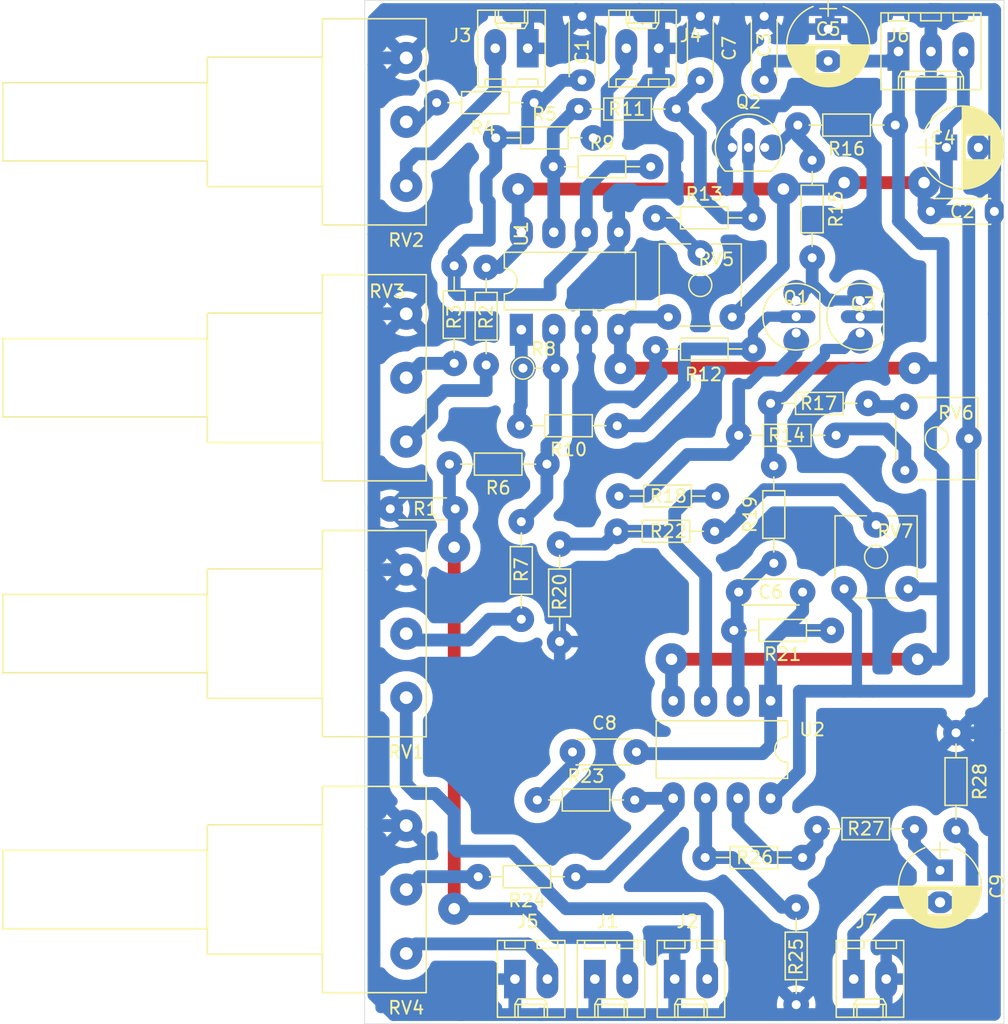
<source format=kicad_pcb>
(kicad_pcb (version 20171130) (host pcbnew "(5.1.6)-1")
  (layers (0 F.Cu signal) (31 B.Cu signal) (34 B.Paste user hide) (35 F.Paste user hide) (36 B.SilkS user hide) (37 F.SilkS user) (38 B.Mask user hide) (39 F.Mask user hide) (44 Edge.Cuts user))
  (net 0 "")
  (net 1 "Net-(C1-Pad1)")
  (net 2 GND)
  (net 3 +12V)
  (net 4 -12V)
  (net 5 "Net-(C6-Pad1)")
  (net 6 "Net-(C6-Pad2)")
  (net 7 "Net-(J1-Pad2)")
  (net 8 "Net-(J2-Pad2)")
  (net 9 "Net-(J3-Pad2)")
  (net 10 "Net-(J4-Pad2)")
  (net 11 "Net-(J5-Pad2)")
  (net 12 "Net-(Q1-Pad1)")
  (net 13 "Net-(Q1-Pad3)")
  (net 14 "Net-(Q1-Pad2)")
  (net 15 "Net-(Q2-Pad3)")
  (net 16 "Net-(Q3-Pad1)")
  (net 17 "Net-(R2-Pad1)")
  (net 18 "Net-(R3-Pad2)")
  (net 19 "Net-(R4-Pad2)")
  (net 20 "Net-(R6-Pad1)")
  (net 21 "Net-(R7-Pad2)")
  (net 22 "Net-(R10-Pad2)")
  (net 23 "Net-(R11-Pad1)")
  (net 24 "Net-(R13-Pad1)")
  (net 25 "Net-(R14-Pad2)")
  (net 26 "Net-(R17-Pad2)")
  (net 27 "Net-(R18-Pad1)")
  (net 28 "Net-(R22-Pad2)")
  (net 29 "Net-(R24-Pad2)")
  (net 30 "Net-(R25-Pad2)")
  (net 31 "Net-(R26-Pad1)")
  (net 32 "Net-(C7-Pad2)")
  (net 33 "Net-(C8-Pad1)")
  (net 34 "Net-(C9-Pad1)")
  (net 35 "Net-(C9-Pad2)")
  (net 36 "Net-(R23-Pad2)")
  (module Resistors_ThroughHole:R_Axial_DIN0204_L3.6mm_D1.6mm_P7.62mm_Horizontal (layer F.Cu) (at 91.25 92.25 270)
    (fp_text reference R28 (at 3.81 -1.86 90) (layer F.SilkS))
    (fp_text value 100k)
    (pad 1 thru_hole circle (at 0 0 270) (size 2 2) (drill 0.7) (layers *.Cu *.Mask) (net 2 GND))
    (pad 2 thru_hole oval (at 7.62 0 270) (size 2 2) (drill 0.7) (layers *.Cu *.Mask) (net 35 "Net-(C9-Pad2)"))
  )
  (module Capacitors_ThroughHole:CP_Radial_D6.3mm_P2.50mm (layer F.Cu) (at 90 103 270)
    (fp_text reference C9 (at 1.25 -4.46 90) (layer F.SilkS))
    (fp_text value 1uFx25V)
    (pad 1 thru_hole rect (at 0 0 270) (size 1.7 2) (drill 0.7) (layers *.Cu *.Mask) (net 34 "Net-(C9-Pad1)"))
    (pad 2 thru_hole oval (at 2.5 0 270) (size 1.7 2) (drill 0.8) (layers *.Cu *.Mask) (net 35 "Net-(C9-Pad2)"))
  )
  (module Capacitors_ThroughHole:C_Disc_D4.3mm_W1.9mm_P5.00mm (layer F.Cu) (at 61.25 93.75)
    (fp_text reference C8 (at 2.5 -2.26) (layer F.SilkS))
    (fp_text value 22nF)
    (pad 1 thru_hole circle (at 0 0) (size 2 2) (drill 0.7) (layers *.Cu *.Mask) (net 33 "Net-(C8-Pad1)"))
    (pad 2 thru_hole circle (at 5 0) (size 2 2) (drill 0.7) (layers *.Cu *.Mask) (net 5 "Net-(C6-Pad1)"))
  )
  (module Capacitors_ThroughHole:C_Disc_D4.3mm_W1.9mm_P5.00mm (layer F.Cu) (at 71.25 36.25 270)
    (fp_text reference C7 (at 2.5 -2.26 90) (layer F.SilkS))
    (fp_text value 22nF)
    (pad 1 thru_hole circle (at 0 0 270) (size 2 2) (drill 0.7) (layers *.Cu *.Mask) (net 2 GND))
    (pad 2 thru_hole circle (at 5 0 270) (size 2 2) (drill 0.7) (layers *.Cu *.Mask) (net 32 "Net-(C7-Pad2)"))
  )
  (module Resistors_ThroughHole:R_Axial_DIN0204_L3.6mm_D1.6mm_P7.62mm_Horizontal (layer F.Cu) (at 81.5 84.25 180)
    (fp_text reference R21 (at 3.81 -1.86) (layer F.SilkS))
    (fp_text value 220k)
    (pad 1 thru_hole circle (at 0 0 180) (size 2 2) (drill 0.7) (layers *.Cu *.Mask) (net 5 "Net-(C6-Pad1)"))
    (pad 2 thru_hole oval (at 7.62 0 180) (size 2 2) (drill 0.7) (layers *.Cu *.Mask) (net 6 "Net-(C6-Pad2)"))
  )
  (module Resistors_ThroughHole:R_Axial_DIN0204_L3.6mm_D1.6mm_P5.08mm_Horizontal (layer F.Cu) (at 47 74.75)
    (fp_text reference R1 (at 2.75 0) (layer F.SilkS))
    (fp_text value 47k)
    (pad 1 thru_hole circle (at 0 0) (size 2 2) (drill 0.7) (layers *.Cu *.Mask) (net 2 GND))
    (pad 2 thru_hole oval (at 5.08 0) (size 2 2) (drill 0.7) (layers *.Cu *.Mask) (net 7 "Net-(J1-Pad2)"))
  )
  (module Resistors_ThroughHole:R_Axial_DIN0204_L3.6mm_D1.6mm_P2.54mm_Vertical (layer F.Cu) (at 57.38 63.75)
    (fp_text reference R8 (at 1.62 -1.5) (layer F.SilkS))
    (fp_text value 220k)
    (pad 1 thru_hole circle (at 0 0) (size 2 2) (drill 0.7) (layers *.Cu *.Mask) (net 22 "Net-(R10-Pad2)"))
    (pad 2 thru_hole oval (at 2.54 0) (size 2 2) (drill 0.7) (layers *.Cu *.Mask) (net 20 "Net-(R6-Pad1)"))
  )
  (module Potentiometers:Potentiometer_Piher_PC-16_Single_Vertical (layer F.Cu) (at 48.25 99.5 180)
    (fp_text reference RV4 (at 0 -14.25) (layer F.SilkS))
    (fp_text value "50K B")
    (pad 3 thru_hole circle (at 0 -10 180) (size 2.5 2.5) (drill 1) (layers *.Cu *.Mask) (net 11 "Net-(J5-Pad2)"))
    (pad 2 thru_hole circle (at 0 -5 180) (size 2.5 2.5) (drill 1) (layers *.Cu *.Mask) (net 29 "Net-(R24-Pad2)"))
    (pad 1 thru_hole circle (at 0 0 180) (size 2.5 2.5) (drill 1) (layers *.Cu *.Mask) (net 2 GND))
  )
  (module Potentiometers:Potentiometer_Piher_PC-16_Single_Vertical (layer F.Cu) (at 48.25 59.5 180)
    (fp_text reference RV3 (at 1.5 1.75) (layer F.SilkS))
    (fp_text value "10K B")
    (pad 3 thru_hole circle (at 0 -10 180) (size 2.5 2.5) (drill 1) (layers *.Cu *.Mask) (net 17 "Net-(R2-Pad1)"))
    (pad 2 thru_hole circle (at 0 -5 180) (size 2.5 2.5) (drill 1) (layers *.Cu *.Mask) (net 18 "Net-(R3-Pad2)"))
    (pad 1 thru_hole circle (at 0 0 180) (size 2.5 2.5) (drill 1) (layers *.Cu *.Mask) (net 2 GND))
  )
  (module Potentiometers:Potentiometer_Piher_PC-16_Single_Vertical (layer F.Cu) (at 48.25 39.5 180)
    (fp_text reference RV2 (at 0 -14.25) (layer F.SilkS))
    (fp_text value "100K B")
    (pad 3 thru_hole circle (at 0 -10 180) (size 2.5 2.5) (drill 1) (layers *.Cu *.Mask) (net 9 "Net-(J3-Pad2)"))
    (pad 2 thru_hole circle (at 0 -5 180) (size 2.5 2.5) (drill 1) (layers *.Cu *.Mask) (net 19 "Net-(R4-Pad2)"))
    (pad 1 thru_hole circle (at 0 0 180) (size 2.5 2.5) (drill 1) (layers *.Cu *.Mask) (net 2 GND))
  )
  (module Potentiometers:Potentiometer_Piher_PC-16_Single_Vertical (layer F.Cu) (at 48.25 79.5 180)
    (fp_text reference RV1 (at 0 -14.25) (layer F.SilkS))
    (fp_text value "50K B")
    (pad 3 thru_hole circle (at 0 -10 180) (size 2.5 2.5) (drill 1) (layers *.Cu *.Mask) (net 8 "Net-(J2-Pad2)"))
    (pad 2 thru_hole circle (at 0 -5 180) (size 2.5 2.5) (drill 1) (layers *.Cu *.Mask) (net 21 "Net-(R7-Pad2)"))
    (pad 1 thru_hole circle (at 0 0 180) (size 2.5 2.5) (drill 1) (layers *.Cu *.Mask) (net 2 GND))
  )
  (module Package_DIP:DIP-8_W7.62mm_LongPads (layer F.Cu) (at 76.75 89.75 270)
    (fp_text reference U2 (at 2.25 -3.25 180) (layer F.SilkS))
    (fp_text value TL072)
    (pad 8 thru_hole oval (at 7.62 0 270) (size 2.5 1.8) (drill 0.75) (layers *.Cu *.Mask) (net 3 +12V))
    (pad 4 thru_hole oval (at 0 7.62 270) (size 2.5 1.8) (drill 0.75) (layers *.Cu *.Mask) (net 4 -12V))
    (pad 7 thru_hole oval (at 7.62 2.54 270) (size 2.5 1.8) (drill 0.75) (layers *.Cu *.Mask) (net 31 "Net-(R26-Pad1)"))
    (pad 3 thru_hole oval (at 0 5.08 270) (size 2.5 1.8) (drill 0.75) (layers *.Cu *.Mask) (net 27 "Net-(R18-Pad1)"))
    (pad 6 thru_hole oval (at 7.62 5.08 270) (size 2.5 1.8) (drill 0.75) (layers *.Cu *.Mask) (net 30 "Net-(R25-Pad2)"))
    (pad 2 thru_hole oval (at 0 2.54 270) (size 2.5 1.8) (drill 0.75) (layers *.Cu *.Mask) (net 6 "Net-(C6-Pad2)"))
    (pad 5 thru_hole oval (at 7.62 7.62 270) (size 2.5 1.8) (drill 0.75) (layers *.Cu *.Mask) (net 36 "Net-(R23-Pad2)"))
    (pad 1 thru_hole rect (at 0 0 270) (size 2.5 1.8) (drill 0.75) (layers *.Cu *.Mask) (net 5 "Net-(C6-Pad1)"))
  )
  (module Package_DIP:DIP-8_W7.62mm_LongPads (layer F.Cu) (at 57.25 60.75 90)
    (fp_text reference U1 (at 7.5 0 90) (layer F.SilkS))
    (fp_text value TL072)
    (pad 8 thru_hole oval (at 7.62 0 90) (size 2.5 1.8) (drill 0.75) (layers *.Cu *.Mask) (net 3 +12V))
    (pad 4 thru_hole oval (at 0 7.62 90) (size 2.5 1.8) (drill 0.75) (layers *.Cu *.Mask) (net 4 -12V))
    (pad 7 thru_hole oval (at 7.62 2.54 90) (size 2.5 1.8) (drill 0.75) (layers *.Cu *.Mask) (net 23 "Net-(R11-Pad1)"))
    (pad 3 thru_hole oval (at 0 5.08 90) (size 2.5 1.8) (drill 0.75) (layers *.Cu *.Mask) (net 2 GND))
    (pad 6 thru_hole oval (at 7.62 5.08 90) (size 2.5 1.8) (drill 0.75) (layers *.Cu *.Mask) (net 1 "Net-(C1-Pad1)"))
    (pad 2 thru_hole oval (at 0 2.54 90) (size 2.5 1.8) (drill 0.75) (layers *.Cu *.Mask) (net 20 "Net-(R6-Pad1)"))
    (pad 5 thru_hole oval (at 7.62 7.62 90) (size 2.5 1.8) (drill 0.75) (layers *.Cu *.Mask) (net 2 GND))
    (pad 1 thru_hole rect (at 0 0 90) (size 2.5 1.8) (drill 0.75) (layers *.Cu *.Mask) (net 22 "Net-(R10-Pad2)"))
  )
  (module Potentiometers:Potentiometer_Trimmer_ACP_CA6v_Horizontal (layer F.Cu) (at 87.5 81 90)
    (fp_text reference RV7 (at 4.5 -1 180) (layer F.SilkS))
    (fp_text value 100k)
    (pad 3 thru_hole circle (at 0 -5 90) (size 2 2) (drill 0.7) (layers *.Cu *.Mask) (net 3 +12V))
    (pad 2 thru_hole circle (at 5 -2.5 90) (size 2 2) (drill 0.7) (layers *.Cu *.Mask) (net 28 "Net-(R22-Pad2)"))
    (pad 1 thru_hole circle (at 0 0 90) (size 2 2) (drill 0.7) (layers *.Cu *.Mask) (net 4 -12V))
  )
  (module Potentiometers:Potentiometer_Trimmer_ACP_CA6v_Horizontal (layer F.Cu) (at 87.25 71.75)
    (fp_text reference RV6 (at 4 -4.5) (layer F.SilkS))
    (fp_text value 10k)
    (pad 3 thru_hole circle (at 0 -5) (size 2 2) (drill 0.7) (layers *.Cu *.Mask) (net 26 "Net-(R17-Pad2)"))
    (pad 2 thru_hole circle (at 5 -2.5) (size 2 2) (drill 0.7) (layers *.Cu *.Mask) (net 3 +12V))
    (pad 1 thru_hole circle (at 0 0) (size 2 2) (drill 0.7) (layers *.Cu *.Mask) (net 25 "Net-(R14-Pad2)"))
  )
  (module Potentiometers:Potentiometer_Trimmer_ACP_CA6v_Horizontal (layer F.Cu) (at 73.75 59.75 90)
    (fp_text reference RV5 (at 4.5 -1.25 180) (layer F.SilkS))
    (fp_text value 50k)
    (pad 3 thru_hole circle (at 0 -5 90) (size 2 2) (drill 0.7) (layers *.Cu *.Mask) (net 4 -12V))
    (pad 2 thru_hole circle (at 5 -2.5 90) (size 2 2) (drill 0.8) (layers *.Cu *.Mask) (net 24 "Net-(R13-Pad1)"))
    (pad 1 thru_hole circle (at 0 0 90) (size 2 2) (drill 0.7) (layers *.Cu *.Mask) (net 3 +12V))
  )
  (module Resistors_ThroughHole:R_Axial_DIN0204_L3.6mm_D1.6mm_P7.62mm_Horizontal (layer F.Cu) (at 88 99.75 180)
    (fp_text reference R27 (at 3.81 0) (layer F.SilkS))
    (fp_text value 100)
    (pad 1 thru_hole circle (at 0 0 180) (size 2 2) (drill 0.7) (layers *.Cu *.Mask) (net 34 "Net-(C9-Pad1)"))
    (pad 2 thru_hole oval (at 7.62 0 180) (size 2 2) (drill 0.7) (layers *.Cu *.Mask) (net 31 "Net-(R26-Pad1)"))
  )
  (module Resistors_ThroughHole:R_Axial_DIN0204_L3.6mm_D1.6mm_P7.62mm_Horizontal (layer F.Cu) (at 79.25 102 180)
    (fp_text reference R26 (at 3.75 0) (layer F.SilkS))
    (fp_text value 22k)
    (pad 1 thru_hole circle (at 0 0 180) (size 2 2) (drill 0.7) (layers *.Cu *.Mask) (net 31 "Net-(R26-Pad1)"))
    (pad 2 thru_hole oval (at 7.62 0 180) (size 2 2) (drill 0.7) (layers *.Cu *.Mask) (net 30 "Net-(R25-Pad2)"))
  )
  (module Resistors_ThroughHole:R_Axial_DIN0204_L3.6mm_D1.6mm_P7.62mm_Horizontal (layer F.Cu) (at 78.75 113.5 90)
    (fp_text reference R25 (at 3.75 0 90) (layer F.SilkS))
    (fp_text value 10k)
    (pad 1 thru_hole circle (at 0 0 90) (size 2 2) (drill 0.7) (layers *.Cu *.Mask) (net 2 GND))
    (pad 2 thru_hole oval (at 7.62 0 90) (size 2 2) (drill 0.7) (layers *.Cu *.Mask) (net 30 "Net-(R25-Pad2)"))
  )
  (module Resistors_ThroughHole:R_Axial_DIN0204_L3.6mm_D1.6mm_P7.62mm_Horizontal (layer F.Cu) (at 61.5 103.5 180)
    (fp_text reference R24 (at 3.81 -1.86) (layer F.SilkS))
    (fp_text value 220k)
    (pad 1 thru_hole circle (at 0 0 180) (size 2 2) (drill 0.7) (layers *.Cu *.Mask) (net 36 "Net-(R23-Pad2)"))
    (pad 2 thru_hole oval (at 7.62 0 180) (size 2 2) (drill 0.7) (layers *.Cu *.Mask) (net 29 "Net-(R24-Pad2)"))
  )
  (module Resistors_ThroughHole:R_Axial_DIN0204_L3.6mm_D1.6mm_P7.62mm_Horizontal (layer F.Cu) (at 58.5 97.5)
    (fp_text reference R23 (at 3.81 -1.86) (layer F.SilkS))
    (fp_text value 220k)
    (pad 1 thru_hole circle (at 0 0) (size 2 2) (drill 0.7) (layers *.Cu *.Mask) (net 33 "Net-(C8-Pad1)"))
    (pad 2 thru_hole oval (at 7.62 0) (size 2 2) (drill 0.7) (layers *.Cu *.Mask) (net 36 "Net-(R23-Pad2)"))
  )
  (module Resistors_ThroughHole:R_Axial_DIN0204_L3.6mm_D1.6mm_P7.62mm_Horizontal (layer F.Cu) (at 64.75 76.5)
    (fp_text reference R22 (at 4 0) (layer F.SilkS))
    (fp_text value 330k)
    (pad 1 thru_hole circle (at 0 0) (size 2 2) (drill 0.7) (layers *.Cu *.Mask) (net 27 "Net-(R18-Pad1)"))
    (pad 2 thru_hole oval (at 7.62 0) (size 2 2) (drill 0.7) (layers *.Cu *.Mask) (net 28 "Net-(R22-Pad2)"))
  )
  (module Resistors_ThroughHole:R_Axial_DIN0204_L3.6mm_D1.6mm_P7.62mm_Horizontal (layer F.Cu) (at 60.25 77.5 270)
    (fp_text reference R20 (at 3.75 0 270) (layer F.SilkS))
    (fp_text value 220k)
    (pad 1 thru_hole circle (at 0 0 270) (size 2 2) (drill 0.7) (layers *.Cu *.Mask) (net 27 "Net-(R18-Pad1)"))
    (pad 2 thru_hole oval (at 7.62 0 270) (size 2 2) (drill 0.7) (layers *.Cu *.Mask) (net 2 GND))
  )
  (module Resistors_ThroughHole:R_Axial_DIN0204_L3.6mm_D1.6mm_P7.62mm_Horizontal (layer F.Cu) (at 77 79 90)
    (fp_text reference R19 (at 3.81 -1.86 90) (layer F.SilkS))
    (fp_text value "10k 1%")
    (pad 1 thru_hole circle (at 0 0 90) (size 2 2) (drill 0.7) (layers *.Cu *.Mask) (net 6 "Net-(C6-Pad2)"))
    (pad 2 thru_hole oval (at 7.62 0 90) (size 2 2) (drill 0.7) (layers *.Cu *.Mask) (net 16 "Net-(Q3-Pad1)"))
  )
  (module Resistors_ThroughHole:R_Axial_DIN0204_L3.6mm_D1.6mm_P7.62mm_Horizontal (layer F.Cu) (at 72.5 73.75 180)
    (fp_text reference R18 (at 3.75 0) (layer F.SilkS))
    (fp_text value "10k 1%")
    (pad 1 thru_hole circle (at 0 0 180) (size 2 2) (drill 0.7) (layers *.Cu *.Mask) (net 27 "Net-(R18-Pad1)"))
    (pad 2 thru_hole oval (at 7.62 0 180) (size 2 2) (drill 0.7) (layers *.Cu *.Mask) (net 12 "Net-(Q1-Pad1)"))
  )
  (module Resistors_ThroughHole:R_Axial_DIN0204_L3.6mm_D1.6mm_P7.62mm_Horizontal (layer F.Cu) (at 76.75 66.5)
    (fp_text reference R17 (at 3.75 0) (layer F.SilkS))
    (fp_text value "15k 1%")
    (pad 1 thru_hole circle (at 0 0) (size 2 2) (drill 0.7) (layers *.Cu *.Mask) (net 16 "Net-(Q3-Pad1)"))
    (pad 2 thru_hole oval (at 7.62 0) (size 2 2) (drill 0.7) (layers *.Cu *.Mask) (net 26 "Net-(R17-Pad2)"))
  )
  (module Resistors_ThroughHole:R_Axial_DIN0204_L3.6mm_D1.6mm_P7.62mm_Horizontal (layer F.Cu) (at 86.5 44.75 180)
    (fp_text reference R16 (at 3.81 -1.86) (layer F.SilkS))
    (fp_text value 15k)
    (pad 1 thru_hole circle (at 0 0 180) (size 2 2) (drill 0.7) (layers *.Cu *.Mask) (net 4 -12V))
    (pad 2 thru_hole oval (at 7.62 0 180) (size 2 2) (drill 0.7) (layers *.Cu *.Mask) (net 15 "Net-(Q2-Pad3)"))
  )
  (module Resistors_ThroughHole:R_Axial_DIN0204_L3.6mm_D1.6mm_P7.62mm_Horizontal (layer F.Cu) (at 80 47.5 270)
    (fp_text reference R15 (at 3.81 -1.86 90) (layer F.SilkS))
    (fp_text value 33k)
    (pad 1 thru_hole circle (at 0 0 270) (size 2 2) (drill 0.7) (layers *.Cu *.Mask) (net 15 "Net-(Q2-Pad3)"))
    (pad 2 thru_hole oval (at 7.62 0 270) (size 2 2) (drill 0.7) (layers *.Cu *.Mask) (net 13 "Net-(Q1-Pad3)"))
  )
  (module Resistors_ThroughHole:R_Axial_DIN0204_L3.6mm_D1.6mm_P7.62mm_Horizontal (layer F.Cu) (at 74.25 69)
    (fp_text reference R14 (at 3.75 0) (layer F.SilkS))
    (fp_text value "15k 1%")
    (pad 1 thru_hole circle (at 0 0) (size 2 2) (drill 0.7) (layers *.Cu *.Mask) (net 12 "Net-(Q1-Pad1)"))
    (pad 2 thru_hole oval (at 7.62 0) (size 2 2) (drill 0.7) (layers *.Cu *.Mask) (net 25 "Net-(R14-Pad2)"))
  )
  (module Resistors_ThroughHole:R_Axial_DIN0204_L3.6mm_D1.6mm_P7.62mm_Horizontal (layer F.Cu) (at 67.75 52)
    (fp_text reference R13 (at 3.81 -1.86) (layer F.SilkS))
    (fp_text value 10k)
    (pad 1 thru_hole circle (at 0 0) (size 2 2) (drill 0.7) (layers *.Cu *.Mask) (net 24 "Net-(R13-Pad1)"))
    (pad 2 thru_hole oval (at 7.62 0) (size 2 2) (drill 0.7) (layers *.Cu *.Mask) (net 32 "Net-(C7-Pad2)"))
  )
  (module Resistors_ThroughHole:R_Axial_DIN0204_L3.6mm_D1.6mm_P7.62mm_Horizontal (layer F.Cu) (at 67.75 62.25)
    (fp_text reference R12 (at 3.75 2) (layer F.SilkS))
    (fp_text value 470)
    (pad 1 thru_hole circle (at 0 0) (size 2 2) (drill 0.7) (layers *.Cu *.Mask) (net 2 GND))
    (pad 2 thru_hole oval (at 7.62 0) (size 2 2) (drill 0.7) (layers *.Cu *.Mask) (net 14 "Net-(Q1-Pad2)"))
  )
  (module Resistors_ThroughHole:R_Axial_DIN0204_L3.6mm_D1.6mm_P7.62mm_Horizontal (layer F.Cu) (at 61.75 43.5)
    (fp_text reference R11 (at 3.75 0) (layer F.SilkS))
    (fp_text value 10k)
    (pad 1 thru_hole oval (at 0 0) (size 2 1.7) (drill 0.7) (layers *.Cu *.Mask) (net 23 "Net-(R11-Pad1)"))
    (pad 2 thru_hole oval (at 7.62 0) (size 2 2) (drill 0.7) (layers *.Cu *.Mask) (net 32 "Net-(C7-Pad2)"))
  )
  (module Resistors_ThroughHole:R_Axial_DIN0204_L3.6mm_D1.6mm_P7.62mm_Horizontal (layer F.Cu) (at 64.75 68.25 180)
    (fp_text reference R10 (at 3.81 -1.86) (layer F.SilkS))
    (fp_text value 100k)
    (pad 1 thru_hole oval (at 0 0 180) (size 2 2) (drill 0.7) (layers *.Cu *.Mask) (net 14 "Net-(Q1-Pad2)"))
    (pad 2 thru_hole oval (at 7.62 0 180) (size 2 2) (drill 0.7) (layers *.Cu *.Mask) (net 22 "Net-(R10-Pad2)"))
  )
  (module Resistors_ThroughHole:R_Axial_DIN0204_L3.6mm_D1.6mm_P7.62mm_Horizontal (layer F.Cu) (at 59.75 48)
    (fp_text reference R9 (at 3.81 -1.86) (layer F.SilkS))
    (fp_text value 100k)
    (pad 1 thru_hole circle (at 0 0) (size 2 2) (drill 0.7) (layers *.Cu *.Mask) (net 23 "Net-(R11-Pad1)"))
    (pad 2 thru_hole oval (at 7.62 0) (size 2 2) (drill 0.7) (layers *.Cu *.Mask) (net 1 "Net-(C1-Pad1)"))
  )
  (module Resistors_ThroughHole:R_Axial_DIN0204_L3.6mm_D1.6mm_P7.62mm_Horizontal (layer F.Cu) (at 57.25 75.75 270)
    (fp_text reference R7 (at 3.75 0 90) (layer F.SilkS))
    (fp_text value 220k)
    (pad 1 thru_hole circle (at 0 0 270) (size 2 2) (drill 0.7) (layers *.Cu *.Mask) (net 20 "Net-(R6-Pad1)"))
    (pad 2 thru_hole oval (at 7.62 0 270) (size 2 2) (drill 0.7) (layers *.Cu *.Mask) (net 21 "Net-(R7-Pad2)"))
  )
  (module Resistors_ThroughHole:R_Axial_DIN0204_L3.6mm_D1.6mm_P7.62mm_Horizontal (layer F.Cu) (at 59.25 71.25 180)
    (fp_text reference R6 (at 3.81 -1.86) (layer F.SilkS))
    (fp_text value 220k)
    (pad 1 thru_hole circle (at 0 0 180) (size 2 2) (drill 0.7) (layers *.Cu *.Mask) (net 20 "Net-(R6-Pad1)"))
    (pad 2 thru_hole oval (at 7.62 0 180) (size 2 2) (drill 0.7) (layers *.Cu *.Mask) (net 7 "Net-(J1-Pad2)"))
  )
  (module Resistors_ThroughHole:R_Axial_DIN0204_L3.6mm_D1.6mm_P7.62mm_Horizontal (layer F.Cu) (at 55.25 45.75)
    (fp_text reference R5 (at 3.81 -1.86) (layer F.SilkS))
    (fp_text value 68k)
    (pad 1 thru_hole circle (at 0 0) (size 2 2) (drill 0.7) (layers *.Cu *.Mask) (net 1 "Net-(C1-Pad1)"))
    (pad 2 thru_hole oval (at 7.62 0) (size 2 2) (drill 0.7) (layers *.Cu *.Mask) (net 10 "Net-(J4-Pad2)"))
  )
  (module Resistors_ThroughHole:R_Axial_DIN0204_L3.6mm_D1.6mm_P7.62mm_Horizontal (layer F.Cu) (at 58.25 43 180)
    (fp_text reference R4 (at 4 -2) (layer F.SilkS))
    (fp_text value 68k)
    (pad 1 thru_hole circle (at 0 0 180) (size 2 2) (drill 0.7) (layers *.Cu *.Mask) (net 1 "Net-(C1-Pad1)"))
    (pad 2 thru_hole oval (at 7.62 0 180) (size 2 2) (drill 0.7) (layers *.Cu *.Mask) (net 19 "Net-(R4-Pad2)"))
  )
  (module Resistors_ThroughHole:R_Axial_DIN0204_L3.6mm_D1.6mm_P7.62mm_Horizontal (layer F.Cu) (at 52 55.75 270)
    (fp_text reference R3 (at 4 0 90) (layer F.SilkS))
    (fp_text value 100k)
    (pad 1 thru_hole circle (at 0 0 270) (size 2 2) (drill 0.7) (layers *.Cu *.Mask) (net 1 "Net-(C1-Pad1)"))
    (pad 2 thru_hole oval (at 7.62 0 270) (size 2 2) (drill 0.7) (layers *.Cu *.Mask) (net 18 "Net-(R3-Pad2)"))
  )
  (module Resistors_ThroughHole:R_Axial_DIN0204_L3.6mm_D1.6mm_P7.62mm_Horizontal (layer F.Cu) (at 54.5 63.5 90)
    (fp_text reference R2 (at 3.75 0 90) (layer F.SilkS))
    (fp_text value 4.7k)
    (pad 1 thru_hole circle (at 0 0 90) (size 2 2) (drill 0.7) (layers *.Cu *.Mask) (net 17 "Net-(R2-Pad1)"))
    (pad 2 thru_hole oval (at 7.62 0 90) (size 2 2) (drill 0.7) (layers *.Cu *.Mask) (net 3 +12V))
  )
  (module Package_TO_SOT_THT:TO-92_Inline (layer F.Cu) (at 83.75 61 90)
    (fp_text reference Q3 (at 2.25 0.25 180) (layer F.SilkS))
    (fp_text value BC547)
    (pad 1 thru_hole oval (at 0 0 90) (size 2 2) (drill 0.7 (offset -0.6 0)) (layers *.Cu *.Mask) (net 16 "Net-(Q3-Pad1)"))
    (pad 3 thru_hole oval (at 2.54 0 90) (size 2 2) (drill 0.7 (offset 0.6 0)) (layers *.Cu *.Mask) (net 13 "Net-(Q1-Pad3)"))
    (pad 2 thru_hole oval (at 1.27 0 90) (size 1 3) (drill 0.7) (layers *.Cu *.Mask) (net 2 GND))
  )
  (module Package_TO_SOT_THT:TO-92_Inline (layer F.Cu) (at 73.75 46.5)
    (fp_text reference Q2 (at 1.27 -3.56) (layer F.SilkS))
    (fp_text value BC547)
    (pad 1 thru_hole oval (at 0 0) (size 2 2) (drill 0.7 (offset -0.6 0)) (layers *.Cu *.Mask) (net 2 GND))
    (pad 3 thru_hole oval (at 2.54 0) (size 2 2) (drill 0.7 (offset 0.6 0)) (layers *.Cu *.Mask) (net 15 "Net-(Q2-Pad3)"))
    (pad 2 thru_hole oval (at 1.27 0) (size 1 3) (drill 0.7) (layers *.Cu *.Mask) (net 32 "Net-(C7-Pad2)"))
  )
  (module Package_TO_SOT_THT:TO-92_Inline (layer F.Cu) (at 78.75 61 90)
    (fp_text reference Q1 (at 2.75 0 180) (layer F.SilkS))
    (fp_text value BC547)
    (pad 1 thru_hole oval (at 0 0 90) (size 2 2) (drill 0.7 (offset -0.6 0)) (layers *.Cu *.Mask) (net 12 "Net-(Q1-Pad1)"))
    (pad 3 thru_hole oval (at 2.54 0 90) (size 2 2) (drill 0.7 (offset 0.6 0)) (layers *.Cu *.Mask) (net 13 "Net-(Q1-Pad3)"))
    (pad 2 thru_hole oval (at 1.27 0 90) (size 1 3) (drill 0.7) (layers *.Cu *.Mask) (net 14 "Net-(Q1-Pad2)"))
  )
  (module Connectors_Molex:Molex_KK-6410-02_02x2.54mm_Straight (layer F.Cu) (at 83.25 111.5)
    (fp_text reference J7 (at 1 -4.5) (layer F.SilkS))
    (fp_text value Audio_OUT)
    (pad 1 thru_hole rect (at 0 0) (size 1.7 3) (drill 0.75) (layers *.Cu *.Mask) (net 35 "Net-(C9-Pad2)"))
    (pad 2 thru_hole oval (at 2.54 0) (size 1.7 3) (drill 0.75) (layers *.Cu *.Mask) (net 2 GND))
  )
  (module Connectors_Molex:Molex_KK-6410-03_03x2.54mm_Straight (layer F.Cu) (at 86.75 39)
    (fp_text reference J6 (at 0 -1.25) (layer F.SilkS))
    (fp_text value POWER)
    (pad 1 thru_hole rect (at 0 0) (size 1.7 3) (drill 0.75) (layers *.Cu *.Mask) (net 4 -12V))
    (pad 2 thru_hole oval (at 2.54 0) (size 1.7 3) (drill 0.75) (layers *.Cu *.Mask) (net 2 GND))
    (pad 3 thru_hole oval (at 5.08 0) (size 1.7 3) (drill 0.75) (layers *.Cu *.Mask) (net 3 +12V))
  )
  (module Connectors_Molex:Molex_KK-6410-02_02x2.54mm_Straight (layer F.Cu) (at 56.75 111.5)
    (fp_text reference J5 (at 1 -4.5) (layer F.SilkS))
    (fp_text value Audio_IN3)
    (pad 1 thru_hole rect (at 0 0) (size 1.7 3) (drill 0.75) (layers *.Cu *.Mask) (net 2 GND))
    (pad 2 thru_hole oval (at 2.54 0) (size 1.7 3) (drill 0.75) (layers *.Cu *.Mask) (net 11 "Net-(J5-Pad2)"))
  )
  (module Connectors_Molex:Molex_KK-6410-02_02x2.54mm_Straight (layer F.Cu) (at 68 38.75 180)
    (fp_text reference J4 (at -2.5 1) (layer F.SilkS))
    (fp_text value CV2_IN)
    (pad 1 thru_hole rect (at 0 0 180) (size 1.7 3) (drill 0.75) (layers *.Cu *.Mask) (net 2 GND))
    (pad 2 thru_hole oval (at 2.54 0 180) (size 1.7 3) (drill 0.75) (layers *.Cu *.Mask) (net 10 "Net-(J4-Pad2)"))
  )
  (module Connectors_Molex:Molex_KK-6410-02_02x2.54mm_Straight (layer F.Cu) (at 57.75 38.75 180)
    (fp_text reference J3 (at 5.25 1) (layer F.SilkS))
    (fp_text value CV1_IN)
    (pad 1 thru_hole rect (at 0 0 180) (size 1.7 3) (drill 0.75) (layers *.Cu *.Mask) (net 2 GND))
    (pad 2 thru_hole oval (at 2.54 0 180) (size 1.7 3) (drill 0.75) (layers *.Cu *.Mask) (net 9 "Net-(J3-Pad2)"))
  )
  (module Connectors_Molex:Molex_KK-6410-02_02x2.54mm_Straight (layer F.Cu) (at 69.25 111.5)
    (fp_text reference J2 (at 1 -4.5) (layer F.SilkS))
    (fp_text value Audio_IN1_VCA)
    (pad 1 thru_hole rect (at 0 0) (size 1.7 3) (drill 0.75) (layers *.Cu *.Mask) (net 2 GND))
    (pad 2 thru_hole oval (at 2.54 0) (size 1.7 3) (drill 0.75) (layers *.Cu *.Mask) (net 8 "Net-(J2-Pad2)"))
  )
  (module Connectors_Molex:Molex_KK-6410-02_02x2.54mm_Straight (layer F.Cu) (at 63 111.5)
    (fp_text reference J1 (at 1 -4.5) (layer F.SilkS))
    (fp_text value Audio_IN2_VCA)
    (pad 1 thru_hole rect (at 0 0) (size 1.7 3) (drill 0.75) (layers *.Cu *.Mask) (net 2 GND))
    (pad 2 thru_hole oval (at 2.54 0) (size 1.7 3) (drill 0.75) (layers *.Cu *.Mask) (net 7 "Net-(J1-Pad2)"))
  )
  (module Capacitors_ThroughHole:C_Disc_D4.3mm_W1.9mm_P5.00mm (layer F.Cu) (at 79.25 81.25 180)
    (fp_text reference C6 (at 2.5 0) (layer F.SilkS))
    (fp_text value 10pF)
    (pad 1 thru_hole circle (at 0 0 180) (size 2 2) (drill 0.7) (layers *.Cu *.Mask) (net 5 "Net-(C6-Pad1)"))
    (pad 2 thru_hole circle (at 5 0 180) (size 2 2) (drill 0.7) (layers *.Cu *.Mask) (net 6 "Net-(C6-Pad2)"))
  )
  (module Capacitors_ThroughHole:CP_Radial_D6.3mm_P2.50mm (layer F.Cu) (at 81.25 37.25 270)
    (fp_text reference C5 (at 0 0 180) (layer F.SilkS))
    (fp_text value 100uFx25V)
    (pad 1 thru_hole rect (at 0 0 270) (size 1.7 2) (drill 0.7) (layers *.Cu *.Mask) (net 2 GND))
    (pad 2 thru_hole oval (at 2.5 0 270) (size 1.7 2) (drill 0.7) (layers *.Cu *.Mask) (net 4 -12V))
  )
  (module Capacitors_ThroughHole:CP_Radial_D6.3mm_P2.50mm (layer F.Cu) (at 90.5 46.5)
    (fp_text reference C4 (at -0.25 -0.75) (layer F.SilkS))
    (fp_text value 100uFx25V)
    (pad 1 thru_hole rect (at 0 0) (size 1.7 2) (drill 0.7) (layers *.Cu *.Mask) (net 3 +12V))
    (pad 2 thru_hole oval (at 2.5 0) (size 1.7 2) (drill 0.7) (layers *.Cu *.Mask) (net 2 GND))
  )
  (module Capacitors_ThroughHole:C_Disc_D4.3mm_W1.9mm_P5.00mm (layer F.Cu) (at 76.25 36.25 270)
    (fp_text reference C3 (at 2.25 0 90) (layer F.SilkS))
    (fp_text value 100nF)
    (pad 1 thru_hole circle (at 0 0 270) (size 2 2) (drill 0.7) (layers *.Cu *.Mask) (net 2 GND))
    (pad 2 thru_hole circle (at 5 0 270) (size 2 2) (drill 0.7) (layers *.Cu *.Mask) (net 4 -12V))
  )
  (module Capacitors_ThroughHole:C_Disc_D4.3mm_W1.9mm_P5.00mm (layer F.Cu) (at 89.25 51.5)
    (fp_text reference C2 (at 2.5 0) (layer F.SilkS))
    (fp_text value 100nF)
    (pad 1 thru_hole circle (at 0 0) (size 2 2) (drill 0.7) (layers *.Cu *.Mask) (net 3 +12V))
    (pad 2 thru_hole oval (at 5 0) (size 1.5 2) (drill 0.7) (layers *.Cu *.Mask) (net 2 GND))
  )
  (module Capacitors_ThroughHole:C_Disc_D4.3mm_W1.9mm_P5.00mm (layer F.Cu) (at 62 41.25 90)
    (fp_text reference C1 (at 2.25 0 90) (layer F.SilkS))
    (fp_text value 100nF)
    (pad 1 thru_hole oval (at 0 0 90) (size 1.7 2) (drill 0.7) (layers *.Cu *.Mask) (net 1 "Net-(C1-Pad1)"))
    (pad 2 thru_hole circle (at 5 0 90) (size 2 2) (drill 0.7) (layers *.Cu *.Mask) (net 2 GND))
  )
  (gr_line (start 45 115) (end 45 85) (layer Edge.Cuts) (width 0.05))
  (gr_line (start 95 115) (end 95 85) (layer Edge.Cuts) (width 0.05))
  (gr_line (start 45 115) (end 95 115) (layer Edge.Cuts) (width 0.05))
  (gr_line (start 45 85) (end 45 35) (layer Edge.Cuts) (width 0.05))
  (gr_line (start 95 35) (end 95 85) (layer Edge.Cuts) (width 0.05))
  (gr_line (start 45 35) (end 95 35) (layer Edge.Cuts) (width 0.05))
  (segment (start 62.33 53.13) (end 62.33 49.67) (width 1) (layer B.Cu) (net 1))
  (segment (start 64 48) (end 67.37 48) (width 1) (layer B.Cu) (net 1))
  (segment (start 62.33 49.67) (end 64 48) (width 1) (layer B.Cu) (net 1))
  (segment (start 62 41.25) (end 60.5 41.25) (width 1) (layer B.Cu) (net 1))
  (segment (start 58.75 43) (end 58.25 43) (width 1) (layer B.Cu) (net 1))
  (segment (start 60.5 41.25) (end 58.75 43) (width 1) (layer B.Cu) (net 1))
  (segment (start 55.25 45.75) (end 55.5 45.75) (width 1) (layer B.Cu) (net 1))
  (segment (start 59.5 58) (end 52.25 58) (width 1) (layer B.Cu) (net 1))
  (segment (start 62.311334 53.13) (end 62 53.441334) (width 1) (layer B.Cu) (net 1))
  (segment (start 62.33 53.13) (end 62.311334 53.13) (width 1) (layer B.Cu) (net 1))
  (segment (start 59.5 57) (end 59.5 58) (width 1) (layer B.Cu) (net 1))
  (segment (start 62 53.441334) (end 62 54.5) (width 1) (layer B.Cu) (net 1))
  (segment (start 62 54.5) (end 59.5 57) (width 1) (layer B.Cu) (net 1))
  (segment (start 52 57.75) (end 52.25 58) (width 1) (layer B.Cu) (net 1))
  (segment (start 52 55.75) (end 52 57.75) (width 1) (layer B.Cu) (net 1))
  (segment (start 52 55.75) (end 52 54.75) (width 1) (layer B.Cu) (net 1))
  (segment (start 52 54.75) (end 53 53.75) (width 1) (layer B.Cu) (net 1))
  (segment (start 53 53.75) (end 54.75 53.75) (width 1) (layer B.Cu) (net 1))
  (segment (start 54.75 53.75) (end 54.75 50.75) (width 1) (layer B.Cu) (net 1))
  (segment (start 54.75 50.75) (end 54.5 50.5) (width 1) (layer B.Cu) (net 1))
  (segment (start 54.5 50.5) (end 54.5 48.75) (width 1) (layer B.Cu) (net 1))
  (segment (start 54.5 48.75) (end 55.25 48) (width 1) (layer B.Cu) (net 1))
  (segment (start 55.25 48) (end 55.25 45.75) (width 1) (layer B.Cu) (net 1))
  (segment (start 55.25 45.75) (end 57.75 45.75) (width 1) (layer B.Cu) (net 1))
  (segment (start 57.75 43.5) (end 58.25 43) (width 1) (layer B.Cu) (net 1))
  (segment (start 57.75 45.75) (end 57.75 43.5) (width 1) (layer B.Cu) (net 1))
  (segment (start 45.72501 36.52499) (end 46.52499 35.72501) (width 1) (layer B.Cu) (net 2))
  (segment (start 66.47501 35.72501) (end 66.5 35.75) (width 1) (layer B.Cu) (net 2))
  (segment (start 89.29 35.74002) (end 89.27499 35.72501) (width 1) (layer B.Cu) (net 2))
  (segment (start 89.29 39) (end 89.29 35.74002) (width 1) (layer B.Cu) (net 2))
  (segment (start 89.97501 35.72501) (end 89.27499 35.72501) (width 1) (layer B.Cu) (net 2))
  (segment (start 94.22501 35.72501) (end 94.27499 35.77499) (width 1) (layer B.Cu) (net 2))
  (segment (start 89.27499 35.72501) (end 94.22501 35.72501) (width 1) (layer B.Cu) (net 2))
  (segment (start 94 46.5) (end 94.27499 46.22501) (width 1) (layer B.Cu) (net 2))
  (segment (start 93 46.5) (end 94 46.5) (width 1) (layer B.Cu) (net 2))
  (segment (start 94.27499 35.77499) (end 94.27499 46.22501) (width 1) (layer B.Cu) (net 2))
  (segment (start 94.27499 46.22501) (end 94.27499 48.22501) (width 1) (layer B.Cu) (net 2))
  (segment (start 94.25 48.25) (end 94.27499 48.22501) (width 1) (layer B.Cu) (net 2))
  (segment (start 94.25 51.5) (end 94.25 48.25) (width 1) (layer B.Cu) (net 2))
  (segment (start 81.25 35.75) (end 81.27499 35.72501) (width 1) (layer B.Cu) (net 2))
  (segment (start 81.25 37.25) (end 81.25 35.75) (width 1) (layer B.Cu) (net 2))
  (segment (start 89.27499 35.72501) (end 81.27499 35.72501) (width 1) (layer B.Cu) (net 2))
  (segment (start 76.25 35.75) (end 76.22501 35.72501) (width 1) (layer B.Cu) (net 2))
  (segment (start 76.25 36.25) (end 76.25 35.75) (width 1) (layer B.Cu) (net 2))
  (segment (start 81.27499 35.72501) (end 76.22501 35.72501) (width 1) (layer B.Cu) (net 2))
  (segment (start 64.87 53.13) (end 64.87 54.13) (width 1) (layer B.Cu) (net 2))
  (segment (start 64.87 54.13) (end 62.33 56.67) (width 1) (layer B.Cu) (net 2))
  (segment (start 62.33 56.67) (end 62.33 57.17) (width 1) (layer B.Cu) (net 2))
  (segment (start 62.33 57.17) (end 62.33 58.33) (width 1) (layer B.Cu) (net 2))
  (segment (start 62.33 58.33) (end 62.33 60.75) (width 1) (layer B.Cu) (net 2))
  (segment (start 66.5 45.75) (end 68.5 45.75) (width 1) (layer B.Cu) (net 2))
  (segment (start 68.5 45.75) (end 69.25 46.5) (width 1) (layer B.Cu) (net 2))
  (segment (start 64.87 53.13) (end 64.87 50.13) (width 1) (layer B.Cu) (net 2))
  (segment (start 65 50) (end 69.25 50) (width 1) (layer B.Cu) (net 2))
  (segment (start 64.87 50.13) (end 65 50) (width 1) (layer B.Cu) (net 2))
  (segment (start 69.25 46.5) (end 69.25 50) (width 1) (layer B.Cu) (net 2))
  (segment (start 45.72501 52.25) (end 45.72501 49.5) (width 1) (layer B.Cu) (net 2))
  (segment (start 67.75 62.25) (end 67.75 64.5) (width 1) (layer B.Cu) (net 2))
  (segment (start 67.75 64.5) (end 66.25 66) (width 1) (layer B.Cu) (net 2))
  (segment (start 66.25 66) (end 62.25 66) (width 1) (layer B.Cu) (net 2))
  (segment (start 62.25 60.83) (end 62.33 60.75) (width 1) (layer B.Cu) (net 2))
  (segment (start 62.25 66) (end 62.25 60.83) (width 1) (layer B.Cu) (net 2))
  (segment (start 46.25 39.5) (end 45.72501 40.02499) (width 1) (layer B.Cu) (net 2))
  (segment (start 48.25 39.5) (end 46.25 39.5) (width 1) (layer B.Cu) (net 2))
  (segment (start 45.72501 49.5) (end 45.72501 40.02499) (width 1) (layer B.Cu) (net 2))
  (segment (start 45.72501 40.02499) (end 45.72501 36.52499) (width 1) (layer B.Cu) (net 2))
  (segment (start 45.75 53.25) (end 45.72501 53.27499) (width 1) (layer B.Cu) (net 2))
  (segment (start 45.72501 53.27499) (end 45.72501 52.25) (width 1) (layer B.Cu) (net 2))
  (segment (start 46.25 59.5) (end 45.72501 58.97501) (width 1) (layer B.Cu) (net 2))
  (segment (start 48.25 59.5) (end 46.25 59.5) (width 1) (layer B.Cu) (net 2))
  (segment (start 45.72501 69.5) (end 45.72501 58.97501) (width 1) (layer B.Cu) (net 2))
  (segment (start 45.72501 58.97501) (end 45.72501 53.27499) (width 1) (layer B.Cu) (net 2))
  (segment (start 45.75 79.5) (end 45.72501 79.52499) (width 1) (layer B.Cu) (net 2))
  (segment (start 48.25 79.5) (end 45.75 79.5) (width 1) (layer B.Cu) (net 2))
  (segment (start 45.72501 89.5) (end 45.72501 79.52499) (width 1) (layer B.Cu) (net 2))
  (segment (start 46 99.5) (end 45.72501 99.77499) (width 1) (layer B.Cu) (net 2))
  (segment (start 45.72501 109.5) (end 45.72501 99.77499) (width 1) (layer B.Cu) (net 2))
  (segment (start 48.25 99.5) (end 46 99.5) (width 1) (layer B.Cu) (net 2))
  (segment (start 45.72501 99.77499) (end 45.72501 89.5) (width 1) (layer B.Cu) (net 2))
  (segment (start 45.75 74.75) (end 45.72501 74.72501) (width 1) (layer B.Cu) (net 2))
  (segment (start 45.72501 79.52499) (end 45.72501 74.72501) (width 1) (layer B.Cu) (net 2))
  (segment (start 47 74.75) (end 45.75 74.75) (width 1) (layer B.Cu) (net 2))
  (segment (start 45.72501 74.72501) (end 45.72501 69.5) (width 1) (layer B.Cu) (net 2))
  (segment (start 52.5 114.25) (end 52.47501 114.27499) (width 1) (layer B.Cu) (net 2))
  (segment (start 52.75 114.25) (end 52.5 114.25) (width 1) (layer B.Cu) (net 2))
  (segment (start 47.27499 114.27499) (end 45.72501 112.72501) (width 1) (layer B.Cu) (net 2))
  (segment (start 52.47501 114.27499) (end 47.27499 114.27499) (width 1) (layer B.Cu) (net 2))
  (segment (start 45.72501 112.72501) (end 45.72501 109.5) (width 1) (layer B.Cu) (net 2))
  (segment (start 52.52499 114.27499) (end 52.5 114.25) (width 1) (layer B.Cu) (net 2))
  (segment (start 58.75 114.25) (end 58.72501 114.27499) (width 1) (layer B.Cu) (net 2))
  (segment (start 59 114.25) (end 58.75 114.25) (width 1) (layer B.Cu) (net 2))
  (segment (start 58.77499 114.27499) (end 58.75 114.25) (width 1) (layer B.Cu) (net 2))
  (segment (start 68 36) (end 68.27499 35.72501) (width 1) (layer B.Cu) (net 2))
  (segment (start 68 38.75) (end 68 36) (width 1) (layer B.Cu) (net 2))
  (segment (start 71.47501 35.72501) (end 68.27499 35.72501) (width 1) (layer B.Cu) (net 2))
  (segment (start 68.27499 35.72501) (end 66.47501 35.72501) (width 1) (layer B.Cu) (net 2))
  (segment (start 66.5 45.75) (end 66.5 42.75) (width 1) (layer B.Cu) (net 2))
  (segment (start 66.5 42.75) (end 68 41.25) (width 1) (layer B.Cu) (net 2))
  (segment (start 68 41.25) (end 68 38.75) (width 1) (layer B.Cu) (net 2))
  (segment (start 62 36.20002) (end 61.52499 35.72501) (width 1) (layer B.Cu) (net 2))
  (segment (start 58.5 35.72501) (end 61.52499 35.72501) (width 1) (layer B.Cu) (net 2))
  (segment (start 62 36.25) (end 62 36.20002) (width 1) (layer B.Cu) (net 2))
  (segment (start 61.52499 35.72501) (end 66.47501 35.72501) (width 1) (layer B.Cu) (net 2))
  (segment (start 57.75 35.75) (end 57.77499 35.72501) (width 1) (layer B.Cu) (net 2))
  (segment (start 46.52499 35.72501) (end 57.77499 35.72501) (width 1) (layer B.Cu) (net 2))
  (segment (start 57.75 38.75) (end 57.75 35.75) (width 1) (layer B.Cu) (net 2))
  (segment (start 57.77499 35.72501) (end 58.5 35.72501) (width 1) (layer B.Cu) (net 2))
  (segment (start 94.25 59.5) (end 94.25 51.5) (width 1) (layer B.Cu) (net 2))
  (segment (start 85.79 113.8) (end 85.75 113.84) (width 1) (layer B.Cu) (net 2))
  (segment (start 85.79 111.5) (end 85.79 113.8) (width 1) (layer B.Cu) (net 2))
  (segment (start 85.75 113.84) (end 85.75 114.25) (width 1) (layer B.Cu) (net 2))
  (segment (start 85.75 114.25) (end 94.25 114.25) (width 1) (layer B.Cu) (net 2))
  (segment (start 85.25 114.25) (end 85.22501 114.27499) (width 1) (layer B.Cu) (net 2))
  (segment (start 85.75 114.25) (end 85.25 114.25) (width 1) (layer B.Cu) (net 2))
  (segment (start 85.22501 114.27499) (end 71.02499 114.27499) (width 1) (layer B.Cu) (net 2))
  (segment (start 49.75 81) (end 48.25 79.5) (width 1) (layer B.Cu) (net 2))
  (segment (start 49.75 81) (end 60.25 81) (width 1) (layer B.Cu) (net 2))
  (segment (start 60.25 81) (end 60.25 85.12) (width 1) (layer B.Cu) (net 2))
  (segment (start 83.77 59.75) (end 83.75 59.73) (width 1) (layer B.Cu) (net 2))
  (segment (start 87.75 59.75) (end 83.77 59.75) (width 1) (layer B.Cu) (net 2))
  (segment (start 77.75 43.25) (end 78.25 42.75) (width 1) (layer B.Cu) (net 2))
  (segment (start 75.5 43.25) (end 77.75 43.25) (width 1) (layer B.Cu) (net 2))
  (segment (start 87.75 56.75) (end 87.75 59.75) (width 1) (layer B.Cu) (net 2))
  (segment (start 78.25 42.75) (end 83.5 42.75) (width 1) (layer B.Cu) (net 2))
  (segment (start 83.5 42.75) (end 83.5 45.5) (width 1) (layer B.Cu) (net 2))
  (segment (start 83.5 45.5) (end 84.75 46.75) (width 1) (layer B.Cu) (net 2))
  (segment (start 84.75 46.75) (end 84.75 53.75) (width 1) (layer B.Cu) (net 2))
  (segment (start 84.75 53.75) (end 87.75 56.75) (width 1) (layer B.Cu) (net 2))
  (segment (start 73.75 35.75) (end 73.77499 35.72501) (width 1) (layer B.Cu) (net 2))
  (segment (start 76.22501 35.72501) (end 73.77499 35.72501) (width 1) (layer B.Cu) (net 2))
  (segment (start 73.75 42.75) (end 73.75 35.75) (width 1) (layer B.Cu) (net 2))
  (segment (start 73.77499 35.72501) (end 71.47501 35.72501) (width 1) (layer B.Cu) (net 2))
  (segment (start 94 92.25) (end 94.25 92) (width 1) (layer B.Cu) (net 2))
  (segment (start 91.25 92.25) (end 94 92.25) (width 1) (layer B.Cu) (net 2))
  (segment (start 94.25 114.25) (end 94.25 92) (width 1) (layer B.Cu) (net 2))
  (segment (start 94.25 92) (end 94.25 59.5) (width 1) (layer B.Cu) (net 2))
  (segment (start 75.5 43.25) (end 73.75 43.25) (width 1) (layer B.Cu) (net 2))
  (segment (start 73.75 43.25) (end 73.75 42.75) (width 1) (layer B.Cu) (net 2))
  (segment (start 56.75 114.04998) (end 56.97501 114.27499) (width 1) (layer B.Cu) (net 2))
  (segment (start 56.75 111.5) (end 56.75 114.04998) (width 1) (layer B.Cu) (net 2))
  (segment (start 58.72501 114.27499) (end 56.97501 114.27499) (width 1) (layer B.Cu) (net 2))
  (segment (start 56.97501 114.27499) (end 52.52499 114.27499) (width 1) (layer B.Cu) (net 2))
  (segment (start 65.25 114.27499) (end 62.72501 114.27499) (width 1) (layer B.Cu) (net 2))
  (segment (start 63 114) (end 62.72501 114.27499) (width 1) (layer B.Cu) (net 2))
  (segment (start 63 111.5) (end 63 114) (width 1) (layer B.Cu) (net 2))
  (segment (start 62.72501 114.27499) (end 58.77499 114.27499) (width 1) (layer B.Cu) (net 2))
  (segment (start 69.25 114.25) (end 69.27499 114.27499) (width 1) (layer B.Cu) (net 2))
  (segment (start 69.25 111.5) (end 69.25 114.25) (width 1) (layer B.Cu) (net 2))
  (segment (start 71.02499 114.27499) (end 69.27499 114.27499) (width 1) (layer B.Cu) (net 2))
  (segment (start 69.27499 114.27499) (end 65.25 114.27499) (width 1) (layer B.Cu) (net 2))
  (segment (start 73.75 46.5) (end 73.75 46.25) (width 0.8) (layer B.Cu) (net 2))
  (segment (start 73.75 46.25) (end 73 45.5) (width 0.8) (layer B.Cu) (net 2))
  (segment (start 73 44) (end 73.75 43.25) (width 1) (layer B.Cu) (net 2))
  (segment (start 73 45.5) (end 73 44) (width 1) (layer B.Cu) (net 2))
  (via (at 88.75 49.25) (size 2.5) (drill 0.9) (layers F.Cu B.Cu) (net 3))
  (via (at 82.5 49.25) (size 2.5) (drill 0.9) (layers F.Cu B.Cu) (net 3))
  (via (at 57 49.75) (size 2.5) (drill 0.9) (layers F.Cu B.Cu) (net 3))
  (via (at 77.75 49.75) (size 2.5) (drill 0.9) (layers F.Cu B.Cu) (net 3))
  (segment (start 91.83 39) (end 91.83 43.42) (width 1) (layer B.Cu) (net 3))
  (segment (start 90.5 44.75) (end 90.5 46.5) (width 1) (layer B.Cu) (net 3))
  (segment (start 91.83 43.42) (end 90.5 44.75) (width 1) (layer B.Cu) (net 3))
  (segment (start 90.5 50.25) (end 89.25 51.5) (width 1) (layer B.Cu) (net 3))
  (segment (start 90.5 46.5) (end 90.5 50.25) (width 1) (layer B.Cu) (net 3))
  (segment (start 89.25 51.5) (end 92.25 51.5) (width 1) (layer B.Cu) (net 3))
  (segment (start 57 52.88) (end 57.25 53.13) (width 1) (layer B.Cu) (net 3))
  (segment (start 57 49.75) (end 57 52.88) (width 1) (layer B.Cu) (net 3))
  (segment (start 57.25 54.119949) (end 57.25 53.13) (width 1) (layer B.Cu) (net 3))
  (segment (start 55.489949 55.88) (end 57.25 54.119949) (width 1) (layer B.Cu) (net 3))
  (segment (start 54.5 55.88) (end 55.489949 55.88) (width 1) (layer B.Cu) (net 3))
  (segment (start 88.75 51) (end 89.25 51.5) (width 1) (layer B.Cu) (net 3))
  (segment (start 88.75 49.25) (end 88.75 51) (width 1) (layer B.Cu) (net 3))
  (segment (start 77.75 49.75) (end 57 49.75) (width 1) (layer F.Cu) (net 3))
  (segment (start 78.25 49.25) (end 77.75 49.75) (width 1) (layer B.Cu) (net 3))
  (segment (start 88.75 49.25) (end 82.5 49.25) (width 1) (layer F.Cu) (net 3))
  (segment (start 82 49.75) (end 82.5 49.25) (width 1) (layer B.Cu) (net 3))
  (segment (start 77.75 49.75) (end 82 49.75) (width 1) (layer B.Cu) (net 3))
  (segment (start 92.25 51.5) (end 92.25 89) (width 1) (layer B.Cu) (net 3))
  (segment (start 92.25 89) (end 84.75 89) (width 1) (layer B.Cu) (net 3))
  (segment (start 76.5 57) (end 73.75 59.75) (width 1) (layer B.Cu) (net 3))
  (segment (start 77.75 49.75) (end 77.25 50.25) (width 1) (layer B.Cu) (net 3))
  (segment (start 84.75 89) (end 83.75 89) (width 1) (layer B.Cu) (net 3))
  (segment (start 83.75 89) (end 82.5 89) (width 1) (layer B.Cu) (net 3))
  (segment (start 76.75 97.37) (end 76.88 97.37) (width 1) (layer B.Cu) (net 3))
  (segment (start 76.88 97.37) (end 79 95.25) (width 1) (layer B.Cu) (net 3))
  (segment (start 79 95.25) (end 79 89) (width 1) (layer B.Cu) (net 3))
  (segment (start 79 89) (end 82.5 89) (width 1) (layer B.Cu) (net 3))
  (segment (start 83.5 88.75) (end 83.75 89) (width 0.8) (layer B.Cu) (net 3))
  (segment (start 83.5 82.75) (end 83.5 88.75) (width 0.8) (layer B.Cu) (net 3))
  (segment (start 82.5 81) (end 82.5 81.75) (width 0.8) (layer B.Cu) (net 3))
  (segment (start 82.5 81.75) (end 83.5 82.75) (width 0.8) (layer B.Cu) (net 3))
  (segment (start 77.75 55.75) (end 76.5 57) (width 1) (layer B.Cu) (net 3))
  (segment (start 77.75 49.75) (end 77.75 55.75) (width 1) (layer B.Cu) (net 3))
  (via (at 69 86.5) (size 2.5) (drill 0.9) (layers F.Cu B.Cu) (net 4))
  (via (at 88.25 86.5) (size 2.5) (drill 0.9) (layers F.Cu B.Cu) (net 4))
  (via (at 65 63.75) (size 2.5) (drill 0.9) (layers F.Cu B.Cu) (net 4))
  (via (at 88 63.75) (size 2.5) (drill 0.9) (layers F.Cu B.Cu) (net 4))
  (segment (start 86 39.75) (end 86.75 39) (width 1) (layer B.Cu) (net 4))
  (segment (start 81.25 39.75) (end 86 39.75) (width 1) (layer B.Cu) (net 4))
  (segment (start 86.75 39) (end 86.75 52.25) (width 1) (layer B.Cu) (net 4))
  (segment (start 86.75 52.25) (end 88.25 53.75) (width 1) (layer B.Cu) (net 4))
  (segment (start 90 63.75) (end 90.239999 63.510001) (width 1) (layer B.Cu) (net 4))
  (segment (start 88 63.75) (end 90 63.75) (width 1) (layer B.Cu) (net 4))
  (segment (start 90.239999 54.010001) (end 90.239999 63.510001) (width 1) (layer B.Cu) (net 4))
  (segment (start 88 63.75) (end 65 63.75) (width 1) (layer F.Cu) (net 4))
  (segment (start 65.87 59.75) (end 64.87 60.75) (width 1) (layer B.Cu) (net 4))
  (segment (start 68.75 59.75) (end 65.87 59.75) (width 1) (layer B.Cu) (net 4))
  (segment (start 87 52.5) (end 86.75 52.25) (width 1) (layer B.Cu) (net 4))
  (segment (start 88.510001 54.010001) (end 88.25 53.75) (width 1) (layer B.Cu) (net 4))
  (segment (start 90.239999 54.010001) (end 88.510001 54.010001) (width 1) (layer B.Cu) (net 4))
  (segment (start 65 60.88) (end 64.87 60.75) (width 1) (layer B.Cu) (net 4))
  (segment (start 65 63.75) (end 65 60.88) (width 1) (layer B.Cu) (net 4))
  (segment (start 76.5 41) (end 76.25 41.25) (width 1) (layer B.Cu) (net 4))
  (segment (start 81.25 39.75) (end 76.5 39.75) (width 1) (layer B.Cu) (net 4))
  (segment (start 76.5 39.75) (end 76.5 41) (width 1) (layer B.Cu) (net 4))
  (segment (start 90 86.5) (end 90.239999 86.260001) (width 1) (layer B.Cu) (net 4))
  (segment (start 88.25 86.5) (end 90 86.5) (width 1) (layer B.Cu) (net 4))
  (segment (start 69 89.62) (end 69.13 89.75) (width 1) (layer B.Cu) (net 4))
  (segment (start 69 86.5) (end 69 89.62) (width 1) (layer B.Cu) (net 4))
  (segment (start 88.25 86.5) (end 69 86.5) (width 1) (layer F.Cu) (net 4))
  (segment (start 90.229998 81) (end 90.239999 80.989999) (width 1) (layer B.Cu) (net 4))
  (segment (start 87.5 81) (end 90.229998 81) (width 1) (layer B.Cu) (net 4))
  (segment (start 90.239999 80.989999) (end 90.239999 86.260001) (width 1) (layer B.Cu) (net 4))
  (segment (start 90.239999 71.489999) (end 90.239999 80.989999) (width 1) (layer B.Cu) (net 4))
  (segment (start 89.25 70.5) (end 90.239999 71.489999) (width 1) (layer B.Cu) (net 4))
  (segment (start 89.25 68.25) (end 89.25 70.5) (width 1) (layer B.Cu) (net 4))
  (segment (start 90.239999 67.260001) (end 89.25 68.25) (width 1) (layer B.Cu) (net 4))
  (segment (start 90.239999 63.510001) (end 90.239999 67.260001) (width 1) (layer B.Cu) (net 4))
  (segment (start 81.75 84.25) (end 77.75 84.25) (width 1) (layer B.Cu) (net 5))
  (segment (start 76.75 85.25) (end 76.75 89.75) (width 1) (layer B.Cu) (net 5))
  (segment (start 77.75 84.25) (end 76.75 85.25) (width 1) (layer B.Cu) (net 5))
  (segment (start 79.25 82.75) (end 76.75 85.25) (width 1) (layer B.Cu) (net 5))
  (segment (start 79.25 81.25) (end 79.25 82.75) (width 1) (layer B.Cu) (net 5))
  (segment (start 66 93.88) (end 76.12 93.88) (width 1) (layer B.Cu) (net 5))
  (segment (start 76.12 93.88) (end 76.75 93.25) (width 1) (layer B.Cu) (net 5))
  (segment (start 76.75 93.25) (end 76.75 89.75) (width 1) (layer B.Cu) (net 5))
  (segment (start 74.25 81.25) (end 77 78.5) (width 1) (layer B.Cu) (net 6))
  (segment (start 74.13 81.37) (end 74.25 81.25) (width 1) (layer B.Cu) (net 6))
  (segment (start 74.13 84.25) (end 74.13 81.37) (width 1) (layer B.Cu) (net 6))
  (segment (start 74.21 84.33) (end 74.13 84.25) (width 1) (layer B.Cu) (net 6))
  (segment (start 74.21 86.71) (end 74.21 84.33) (width 1) (layer B.Cu) (net 6))
  (segment (start 74.21 86.71) (end 74.21 85.83) (width 1) (layer B.Cu) (net 6))
  (segment (start 74.21 89.75) (end 74.21 86.71) (width 1) (layer B.Cu) (net 6))
  (via (at 52 77.75) (size 2.5) (drill 0.9) (layers F.Cu B.Cu) (net 7))
  (via (at 52 106) (size 2.5) (drill 0.9) (layers F.Cu B.Cu) (net 7))
  (segment (start 52 106) (end 58 106) (width 1) (layer B.Cu) (net 7))
  (segment (start 52 74.83) (end 52.08 74.75) (width 1) (layer B.Cu) (net 7))
  (segment (start 52 77.75) (end 52 74.83) (width 1) (layer B.Cu) (net 7))
  (segment (start 52 77.75) (end 52 106) (width 1) (layer F.Cu) (net 7))
  (segment (start 51.63 74.3) (end 52.08 74.75) (width 1) (layer B.Cu) (net 7))
  (segment (start 51.63 71.25) (end 51.63 74.3) (width 1) (layer B.Cu) (net 7))
  (segment (start 58 106) (end 58 106.25) (width 1) (layer B.Cu) (net 7))
  (segment (start 58 106.25) (end 60 108.25) (width 1) (layer B.Cu) (net 7))
  (segment (start 60 108.25) (end 65.5 108.25) (width 1) (layer B.Cu) (net 7))
  (segment (start 65.5 111.46) (end 65.54 111.5) (width 1) (layer B.Cu) (net 7))
  (segment (start 65.5 108.25) (end 65.5 111.46) (width 1) (layer B.Cu) (net 7))
  (segment (start 49 97) (end 50.5 97) (width 1) (layer B.Cu) (net 8))
  (segment (start 50.5 97) (end 52 98.5) (width 1) (layer B.Cu) (net 8))
  (segment (start 52 98.5) (end 52 101.25) (width 1) (layer B.Cu) (net 8))
  (segment (start 56.5 101.5) (end 59.25 104.25) (width 1) (layer B.Cu) (net 8))
  (segment (start 71.79 106.29) (end 71.79 111.5) (width 1) (layer B.Cu) (net 8))
  (segment (start 48.25 89.5) (end 48.25 96.25) (width 1) (layer B.Cu) (net 8))
  (segment (start 48.25 96.25) (end 49 97) (width 1) (layer B.Cu) (net 8))
  (segment (start 52 101.25) (end 52.25 101.5) (width 1) (layer B.Cu) (net 8))
  (segment (start 60.75 106) (end 71.5 106) (width 1) (layer B.Cu) (net 8))
  (segment (start 52.25 101.5) (end 56.5 101.5) (width 1) (layer B.Cu) (net 8))
  (segment (start 71.5 106) (end 71.79 106.29) (width 1) (layer B.Cu) (net 8))
  (segment (start 59.25 104.5) (end 60.75 106) (width 1) (layer B.Cu) (net 8))
  (segment (start 59.25 104.25) (end 59.25 104.5) (width 1) (layer B.Cu) (net 8))
  (segment (start 50.25 47) (end 55.21 42.04) (width 1) (layer B.Cu) (net 9))
  (segment (start 49 47) (end 50.25 47) (width 1) (layer B.Cu) (net 9))
  (segment (start 48.25 49.5) (end 48.25 47.75) (width 1) (layer B.Cu) (net 9))
  (segment (start 55.21 42.04) (end 55.21 38.75) (width 1) (layer B.Cu) (net 9))
  (segment (start 48.25 47.75) (end 49 47) (width 1) (layer B.Cu) (net 9))
  (segment (start 63.75 45.75) (end 62.87 45.75) (width 1) (layer B.Cu) (net 10))
  (segment (start 63.96 45.54) (end 63.75 45.75) (width 1) (layer B.Cu) (net 10))
  (segment (start 63.96 42.04) (end 63.96 45.54) (width 1) (layer B.Cu) (net 10))
  (segment (start 65.46 38.75) (end 65.46 40.54) (width 1) (layer B.Cu) (net 10))
  (segment (start 65.46 40.54) (end 63.96 42.04) (width 1) (layer B.Cu) (net 10))
  (segment (start 49 108.75) (end 48.25 109.5) (width 1) (layer B.Cu) (net 11))
  (segment (start 57.75 108.75) (end 49 108.75) (width 1) (layer B.Cu) (net 11))
  (segment (start 59.29 111.5) (end 59.29 110.29) (width 1) (layer B.Cu) (net 11))
  (segment (start 59.29 110.29) (end 57.75 108.75) (width 1) (layer B.Cu) (net 11))
  (segment (start 78.75 62.525) (end 77.525 63.75) (width 1) (layer B.Cu) (net 12))
  (segment (start 74.25 68.5) (end 74.25 67.75) (width 1) (layer B.Cu) (net 12))
  (segment (start 74.25 67.75) (end 74.25 65) (width 1) (layer B.Cu) (net 12))
  (segment (start 77.275 64) (end 77.525 63.75) (width 0.8) (layer B.Cu) (net 12))
  (segment (start 76 64) (end 77.275 64) (width 0.8) (layer B.Cu) (net 12))
  (segment (start 74.25 65) (end 75 65) (width 0.8) (layer B.Cu) (net 12))
  (segment (start 75 65) (end 76 64) (width 0.8) (layer B.Cu) (net 12))
  (segment (start 73.5 70.5) (end 74.25 69.75) (width 1) (layer B.Cu) (net 12))
  (segment (start 70.25 70.5) (end 73.5 70.5) (width 1) (layer B.Cu) (net 12))
  (segment (start 64.88 73.75) (end 67 73.75) (width 1) (layer B.Cu) (net 12))
  (segment (start 74.25 69.75) (end 74.25 68.5) (width 1) (layer B.Cu) (net 12))
  (segment (start 67 73.75) (end 70.25 70.5) (width 1) (layer B.Cu) (net 12))
  (segment (start 81.5 58.42) (end 81.46 58.46) (width 1) (layer B.Cu) (net 13))
  (segment (start 80 57.21) (end 80 55.12) (width 1) (layer B.Cu) (net 13))
  (segment (start 81.25 58.46) (end 80 57.21) (width 1) (layer B.Cu) (net 13))
  (segment (start 81.46 58.46) (end 81.25 58.46) (width 1) (layer B.Cu) (net 13))
  (segment (start 78.75 58.46) (end 80 57.21) (width 0.8) (layer B.Cu) (net 13))
  (segment (start 83.75 58.46) (end 81.46 58.46) (width 0.8) (layer B.Cu) (net 13))
  (segment (start 75.37 61.38) (end 75.37 62.25) (width 0.8) (layer B.Cu) (net 14))
  (segment (start 78.75 59.73) (end 76.52 59.73) (width 0.8) (layer B.Cu) (net 14))
  (segment (start 75.37 60.88) (end 75.37 62.25) (width 0.8) (layer B.Cu) (net 14))
  (segment (start 76.52 59.73) (end 75.37 60.88) (width 0.8) (layer B.Cu) (net 14))
  (segment (start 70 65) (end 70 62.25) (width 1) (layer B.Cu) (net 14))
  (segment (start 70 62.25) (end 75.37 62.25) (width 1) (layer B.Cu) (net 14))
  (segment (start 64.75 68.25) (end 66.75 68.25) (width 1) (layer B.Cu) (net 14))
  (segment (start 66.75 68.25) (end 70 65) (width 1) (layer B.Cu) (net 14))
  (segment (start 79.25 46) (end 80 46.75) (width 1) (layer B.Cu) (net 15))
  (segment (start 78.88 45.63) (end 79.25 46) (width 1) (layer B.Cu) (net 15))
  (segment (start 78.88 44.75) (end 78.88 45.63) (width 1) (layer B.Cu) (net 15))
  (segment (start 77.13 46.5) (end 78.88 44.75) (width 0.8) (layer B.Cu) (net 15))
  (segment (start 76.29 46.5) (end 77.13 46.5) (width 0.8) (layer B.Cu) (net 15))
  (segment (start 76.75 70.63) (end 77 70.88) (width 1) (layer B.Cu) (net 16))
  (segment (start 76.75 66) (end 76.75 70.63) (width 1) (layer B.Cu) (net 16))
  (segment (start 83.75 61) (end 83.75 61.5) (width 0.8) (layer B.Cu) (net 16))
  (segment (start 81 62.25) (end 81 62.75) (width 0.8) (layer B.Cu) (net 16))
  (segment (start 83.75 61) (end 82.5 62.25) (width 0.8) (layer B.Cu) (net 16))
  (segment (start 77.75 66) (end 76.75 66) (width 0.8) (layer B.Cu) (net 16))
  (segment (start 81 62.75) (end 77.75 66) (width 0.8) (layer B.Cu) (net 16))
  (segment (start 82.5 62.25) (end 81 62.25) (width 0.8) (layer B.Cu) (net 16))
  (segment (start 54.25 63.25) (end 54.5 63.5) (width 1) (layer B.Cu) (net 17))
  (segment (start 48.25 69.5) (end 50.25 67.5) (width 1) (layer B.Cu) (net 17))
  (segment (start 50.25 67.5) (end 50.25 66.5) (width 1) (layer B.Cu) (net 17))
  (segment (start 50.25 66.5) (end 51.25 65.5) (width 1) (layer B.Cu) (net 17))
  (segment (start 51.25 65.5) (end 54.5 65.5) (width 1) (layer B.Cu) (net 17))
  (segment (start 54.5 65.5) (end 54.5 63.5) (width 1) (layer B.Cu) (net 17))
  (segment (start 49.38 63.37) (end 48.25 64.5) (width 1) (layer B.Cu) (net 18))
  (segment (start 52 63.37) (end 49.38 63.37) (width 1) (layer B.Cu) (net 18))
  (segment (start 49.13 44.5) (end 50.63 43) (width 1) (layer B.Cu) (net 19))
  (segment (start 48.25 44.5) (end 49.13 44.5) (width 1) (layer B.Cu) (net 19))
  (segment (start 59.79 63.62) (end 59.92 63.75) (width 1) (layer B.Cu) (net 20))
  (segment (start 59.79 60.75) (end 59.79 63.62) (width 1) (layer B.Cu) (net 20))
  (segment (start 59.92 69.08) (end 59.25 69.75) (width 1) (layer B.Cu) (net 20))
  (segment (start 59.92 63.75) (end 59.92 69.08) (width 1) (layer B.Cu) (net 20))
  (segment (start 59.25 73.75) (end 57.25 75.75) (width 1) (layer B.Cu) (net 20))
  (segment (start 59.25 69.75) (end 59.25 73.75) (width 1) (layer B.Cu) (net 20))
  (segment (start 54.75 83.37) (end 53.12 85) (width 1) (layer B.Cu) (net 21))
  (segment (start 48.75 85) (end 48.25 84.5) (width 1) (layer B.Cu) (net 21))
  (segment (start 53.12 85) (end 48.75 85) (width 1) (layer B.Cu) (net 21))
  (segment (start 57.25 83.37) (end 54.75 83.37) (width 1) (layer B.Cu) (net 21))
  (segment (start 57.25 60.75) (end 57.25 63.5) (width 1) (layer B.Cu) (net 22))
  (segment (start 57.25 63.5) (end 57.25 66.63) (width 1) (layer B.Cu) (net 22))
  (segment (start 57.13 66.75) (end 57.25 66.63) (width 1) (layer B.Cu) (net 22))
  (segment (start 57.13 67.75) (end 57.13 66.75) (width 1) (layer B.Cu) (net 22))
  (segment (start 59.79 48.04) (end 59.75 48) (width 1) (layer B.Cu) (net 23))
  (segment (start 59.79 53.13) (end 59.79 48.04) (width 1) (layer B.Cu) (net 23))
  (segment (start 59.75 48) (end 59.75 46.25) (width 1) (layer B.Cu) (net 23))
  (segment (start 61.75 43.5) (end 61.5 43.5) (width 1) (layer B.Cu) (net 23))
  (segment (start 59.75 45.25) (end 59.75 46.25) (width 1) (layer B.Cu) (net 23))
  (segment (start 61.5 43.5) (end 59.75 45.25) (width 1) (layer B.Cu) (net 23))
  (segment (start 68.5 52) (end 71.25 54.75) (width 1) (layer B.Cu) (net 24))
  (segment (start 67.75 52) (end 68.5 52) (width 1) (layer B.Cu) (net 24))
  (segment (start 81.87 68.5) (end 85.75 68.5) (width 1) (layer B.Cu) (net 25))
  (segment (start 87.25 70) (end 87.25 71.75) (width 1) (layer B.Cu) (net 25))
  (segment (start 85.75 68.5) (end 87.25 70) (width 1) (layer B.Cu) (net 25))
  (segment (start 84.62 66.75) (end 84.37 66.5) (width 1) (layer B.Cu) (net 26))
  (segment (start 87.25 66.75) (end 84.62 66.75) (width 1) (layer B.Cu) (net 26))
  (segment (start 71.67 79.92) (end 71.67 89.75) (width 1) (layer B.Cu) (net 27))
  (segment (start 69.25 77.5) (end 71.67 79.92) (width 1) (layer B.Cu) (net 27))
  (segment (start 64.75 76.5) (end 69.25 76.5) (width 1) (layer B.Cu) (net 27))
  (segment (start 69.25 76.5) (end 69.25 77.5) (width 1) (layer B.Cu) (net 27))
  (segment (start 63.750001 77.499999) (end 64.75 76.5) (width 1) (layer B.Cu) (net 27))
  (segment (start 60.25 77.5) (end 63.750001 77.499999) (width 1) (layer B.Cu) (net 27))
  (segment (start 72.5 73.75) (end 70.5 73.75) (width 1) (layer B.Cu) (net 27))
  (segment (start 69.25 75) (end 69.25 76.5) (width 1) (layer B.Cu) (net 27))
  (segment (start 70.5 73.75) (end 69.25 75) (width 1) (layer B.Cu) (net 27))
  (segment (start 84 75) (end 85 76) (width 1) (layer B.Cu) (net 28))
  (segment (start 76.25 73.25) (end 82.25 73.25) (width 1) (layer B.Cu) (net 28))
  (segment (start 82.25 73.25) (end 84 75) (width 1) (layer B.Cu) (net 28))
  (segment (start 74.5 75) (end 76.25 73.25) (width 1) (layer B.Cu) (net 28))
  (segment (start 72.37 76.5) (end 73.25 76.5) (width 1) (layer B.Cu) (net 28))
  (segment (start 74.5 75.25) (end 74.5 75) (width 1) (layer B.Cu) (net 28))
  (segment (start 73.25 76.5) (end 74.5 75.25) (width 1) (layer B.Cu) (net 28))
  (segment (start 49.25 103.5) (end 48.25 104.5) (width 1) (layer B.Cu) (net 29))
  (segment (start 53.88 103.5) (end 49.25 103.5) (width 1) (layer B.Cu) (net 29))
  (segment (start 71.67 101.96) (end 71.63 102) (width 1) (layer B.Cu) (net 30))
  (segment (start 71.67 97.37) (end 71.67 101.96) (width 1) (layer B.Cu) (net 30))
  (segment (start 77.63 105.88) (end 78.75 105.88) (width 1) (layer B.Cu) (net 30))
  (segment (start 71.63 102) (end 73.75 102) (width 1) (layer B.Cu) (net 30))
  (segment (start 73.75 102) (end 77.63 105.88) (width 1) (layer B.Cu) (net 30))
  (segment (start 79 101.87) (end 78.88 101.75) (width 1) (layer B.Cu) (net 31))
  (segment (start 74.21 97.37) (end 74.21 99.46) (width 1) (layer B.Cu) (net 31))
  (segment (start 74.21 99.46) (end 76.75 102) (width 1) (layer B.Cu) (net 31))
  (segment (start 76.75 102) (end 79.25 102) (width 1) (layer B.Cu) (net 31))
  (segment (start 80.38 100.87) (end 79.25 102) (width 1) (layer B.Cu) (net 31))
  (segment (start 80.38 99.75) (end 80.38 100.87) (width 1) (layer B.Cu) (net 31))
  (segment (start 69.37 43.5) (end 71.25 45.38) (width 1) (layer B.Cu) (net 32))
  (segment (start 71.25 45.38) (end 71.25 50.25) (width 1) (layer B.Cu) (net 32))
  (segment (start 73 52) (end 75.37 52) (width 1) (layer B.Cu) (net 32))
  (segment (start 71.25 50.25) (end 73 52) (width 1) (layer B.Cu) (net 32))
  (segment (start 75.37 52) (end 75.37 50.63) (width 1) (layer B.Cu) (net 32))
  (segment (start 75.02 50.28) (end 75.37 50.63) (width 1) (layer B.Cu) (net 32))
  (segment (start 69.37 43.13) (end 71.25 41.25) (width 1) (layer B.Cu) (net 32))
  (segment (start 69.37 43.5) (end 69.37 43.13) (width 1) (layer B.Cu) (net 32))
  (segment (start 75.02 46.5) (end 75.02 50.28) (width 0.8) (layer B.Cu) (net 32))
  (segment (start 61.25 94.75) (end 58.5 97.5) (width 1) (layer B.Cu) (net 33))
  (segment (start 61.25 93.75) (end 61.25 94.75) (width 1) (layer B.Cu) (net 33))
  (segment (start 88 101) (end 90 103) (width 1) (layer B.Cu) (net 34))
  (segment (start 88 99.75) (end 88 101) (width 1) (layer B.Cu) (net 34))
  (segment (start 83.25 108) (end 83.25 111.5) (width 1) (layer B.Cu) (net 35))
  (segment (start 85.75 105.5) (end 83.25 108) (width 1) (layer B.Cu) (net 35))
  (segment (start 90 105.5) (end 85.75 105.5) (width 1) (layer B.Cu) (net 35))
  (segment (start 90 105.5) (end 92.5 105.5) (width 1) (layer B.Cu) (net 35))
  (segment (start 92.5 101.12) (end 91.25 99.87) (width 1) (layer B.Cu) (net 35))
  (segment (start 92.5 105.5) (end 92.5 101.12) (width 1) (layer B.Cu) (net 35))
  (segment (start 69.13 98.37) (end 66 101.5) (width 1) (layer B.Cu) (net 36))
  (segment (start 69.13 97.37) (end 69.13 98.37) (width 1) (layer B.Cu) (net 36))
  (segment (start 64 103.5) (end 66 101.5) (width 1) (layer B.Cu) (net 36))
  (segment (start 61.5 103.5) (end 64 103.5) (width 1) (layer B.Cu) (net 36))
  (segment (start 66.25 97.37) (end 66.12 97.5) (width 1) (layer B.Cu) (net 36))
  (segment (start 69.13 97.37) (end 66.25 97.37) (width 1) (layer B.Cu) (net 36))
  (zone (net 2) (net_name GND) (layer B.Cu) (connect_pads (clearance 0.808)) (min_thickness 0.854) (fill yes (arc_segments 32) (thermal_gap 0.508) (thermal_bridge_width 0.9))
    (polygon (pts (xy 95 115) (xy 45 115) (xy 45 35) (xy 95 35)))
  )
)
</source>
